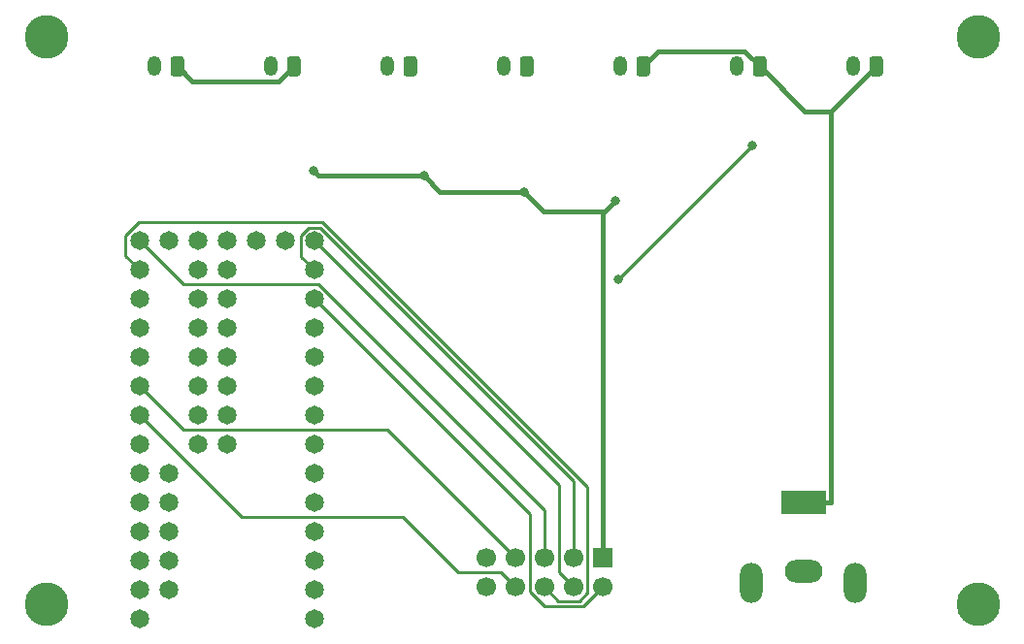
<source format=gbr>
%TF.GenerationSoftware,KiCad,Pcbnew,5.1.7-a382d34a8~87~ubuntu18.04.1*%
%TF.CreationDate,2021-02-24T17:41:24-08:00*%
%TF.ProjectId,teensy3x_solenoid_driver,7465656e-7379-4337-985f-736f6c656e6f,rev?*%
%TF.SameCoordinates,Original*%
%TF.FileFunction,Copper,L2,Bot*%
%TF.FilePolarity,Positive*%
%FSLAX46Y46*%
G04 Gerber Fmt 4.6, Leading zero omitted, Abs format (unit mm)*
G04 Created by KiCad (PCBNEW 5.1.7-a382d34a8~87~ubuntu18.04.1) date 2021-02-24 17:41:24*
%MOMM*%
%LPD*%
G01*
G04 APERTURE LIST*
%TA.AperFunction,ComponentPad*%
%ADD10C,3.810000*%
%TD*%
%TA.AperFunction,ComponentPad*%
%ADD11O,1.200000X1.750000*%
%TD*%
%TA.AperFunction,ComponentPad*%
%ADD12R,1.700000X1.700000*%
%TD*%
%TA.AperFunction,ComponentPad*%
%ADD13C,1.700000*%
%TD*%
%TA.AperFunction,ComponentPad*%
%ADD14R,4.000000X2.000000*%
%TD*%
%TA.AperFunction,ComponentPad*%
%ADD15O,3.300000X2.000000*%
%TD*%
%TA.AperFunction,ComponentPad*%
%ADD16O,2.000000X3.500000*%
%TD*%
%TA.AperFunction,ComponentPad*%
%ADD17C,1.650000*%
%TD*%
%TA.AperFunction,ViaPad*%
%ADD18C,0.800000*%
%TD*%
%TA.AperFunction,Conductor*%
%ADD19C,0.381000*%
%TD*%
%TA.AperFunction,Conductor*%
%ADD20C,0.254000*%
%TD*%
G04 APERTURE END LIST*
D10*
%TO.P,M4,*%
%TO.N,*%
X54610000Y-104140000D03*
%TD*%
%TO.P,M3,*%
%TO.N,*%
X135890000Y-104140000D03*
%TD*%
%TO.P,M2,*%
%TO.N,*%
X135890000Y-54610000D03*
%TD*%
%TO.P,M1,*%
%TO.N,*%
X54610000Y-54610000D03*
%TD*%
%TO.P,J1,1*%
%TO.N,Net-(C1-Pad1)*%
%TA.AperFunction,ComponentPad*%
G36*
G01*
X66640000Y-56524999D02*
X66640000Y-57775001D01*
G75*
G02*
X66390001Y-58025000I-249999J0D01*
G01*
X65689999Y-58025000D01*
G75*
G02*
X65440000Y-57775001I0J249999D01*
G01*
X65440000Y-56524999D01*
G75*
G02*
X65689999Y-56275000I249999J0D01*
G01*
X66390001Y-56275000D01*
G75*
G02*
X66640000Y-56524999I0J-249999D01*
G01*
G37*
%TD.AperFunction*%
D11*
%TO.P,J1,2*%
%TO.N,Net-(J1-Pad2)*%
X64040000Y-57150000D03*
%TD*%
%TO.P,J2,2*%
%TO.N,Net-(J2-Pad2)*%
X74200000Y-57150000D03*
%TO.P,J2,1*%
%TO.N,Net-(C1-Pad1)*%
%TA.AperFunction,ComponentPad*%
G36*
G01*
X76800000Y-56524999D02*
X76800000Y-57775001D01*
G75*
G02*
X76550001Y-58025000I-249999J0D01*
G01*
X75849999Y-58025000D01*
G75*
G02*
X75600000Y-57775001I0J249999D01*
G01*
X75600000Y-56524999D01*
G75*
G02*
X75849999Y-56275000I249999J0D01*
G01*
X76550001Y-56275000D01*
G75*
G02*
X76800000Y-56524999I0J-249999D01*
G01*
G37*
%TD.AperFunction*%
%TD*%
%TO.P,J3,1*%
%TO.N,Net-(C1-Pad1)*%
%TA.AperFunction,ComponentPad*%
G36*
G01*
X86960000Y-56524999D02*
X86960000Y-57775001D01*
G75*
G02*
X86710001Y-58025000I-249999J0D01*
G01*
X86009999Y-58025000D01*
G75*
G02*
X85760000Y-57775001I0J249999D01*
G01*
X85760000Y-56524999D01*
G75*
G02*
X86009999Y-56275000I249999J0D01*
G01*
X86710001Y-56275000D01*
G75*
G02*
X86960000Y-56524999I0J-249999D01*
G01*
G37*
%TD.AperFunction*%
%TO.P,J3,2*%
%TO.N,Net-(J3-Pad2)*%
X84360000Y-57150000D03*
%TD*%
%TO.P,J4,2*%
%TO.N,Net-(J4-Pad2)*%
X94520000Y-57150000D03*
%TO.P,J4,1*%
%TO.N,Net-(C1-Pad1)*%
%TA.AperFunction,ComponentPad*%
G36*
G01*
X97120000Y-56524999D02*
X97120000Y-57775001D01*
G75*
G02*
X96870001Y-58025000I-249999J0D01*
G01*
X96169999Y-58025000D01*
G75*
G02*
X95920000Y-57775001I0J249999D01*
G01*
X95920000Y-56524999D01*
G75*
G02*
X96169999Y-56275000I249999J0D01*
G01*
X96870001Y-56275000D01*
G75*
G02*
X97120000Y-56524999I0J-249999D01*
G01*
G37*
%TD.AperFunction*%
%TD*%
%TO.P,J5,1*%
%TO.N,Net-(C1-Pad1)*%
%TA.AperFunction,ComponentPad*%
G36*
G01*
X107280000Y-56524999D02*
X107280000Y-57775001D01*
G75*
G02*
X107030001Y-58025000I-249999J0D01*
G01*
X106329999Y-58025000D01*
G75*
G02*
X106080000Y-57775001I0J249999D01*
G01*
X106080000Y-56524999D01*
G75*
G02*
X106329999Y-56275000I249999J0D01*
G01*
X107030001Y-56275000D01*
G75*
G02*
X107280000Y-56524999I0J-249999D01*
G01*
G37*
%TD.AperFunction*%
%TO.P,J5,2*%
%TO.N,Net-(J5-Pad2)*%
X104680000Y-57150000D03*
%TD*%
%TO.P,J6,2*%
%TO.N,Net-(J6-Pad2)*%
X114840000Y-57150000D03*
%TO.P,J6,1*%
%TO.N,Net-(C1-Pad1)*%
%TA.AperFunction,ComponentPad*%
G36*
G01*
X117440000Y-56524999D02*
X117440000Y-57775001D01*
G75*
G02*
X117190001Y-58025000I-249999J0D01*
G01*
X116489999Y-58025000D01*
G75*
G02*
X116240000Y-57775001I0J249999D01*
G01*
X116240000Y-56524999D01*
G75*
G02*
X116489999Y-56275000I249999J0D01*
G01*
X117190001Y-56275000D01*
G75*
G02*
X117440000Y-56524999I0J-249999D01*
G01*
G37*
%TD.AperFunction*%
%TD*%
%TO.P,J7,1*%
%TO.N,Net-(C1-Pad1)*%
%TA.AperFunction,ComponentPad*%
G36*
G01*
X127600000Y-56524999D02*
X127600000Y-57775001D01*
G75*
G02*
X127350001Y-58025000I-249999J0D01*
G01*
X126649999Y-58025000D01*
G75*
G02*
X126400000Y-57775001I0J249999D01*
G01*
X126400000Y-56524999D01*
G75*
G02*
X126649999Y-56275000I249999J0D01*
G01*
X127350001Y-56275000D01*
G75*
G02*
X127600000Y-56524999I0J-249999D01*
G01*
G37*
%TD.AperFunction*%
%TO.P,J7,2*%
%TO.N,Net-(J7-Pad2)*%
X125000000Y-57150000D03*
%TD*%
D12*
%TO.P,J8,1*%
%TO.N,GND*%
X103124000Y-100076000D03*
D13*
%TO.P,J8,2*%
%TO.N,/D10_CS*%
X103124000Y-102616000D03*
%TO.P,J8,3*%
%TO.N,/D11_MOSI*%
X100584000Y-100076000D03*
%TO.P,J8,4*%
%TO.N,/D12_MISO*%
X100584000Y-102616000D03*
%TO.P,J8,5*%
%TO.N,/D13_SCK*%
X98044000Y-100076000D03*
%TO.P,J8,6*%
%TO.N,/D14_A0*%
X98044000Y-102616000D03*
%TO.P,J8,7*%
%TO.N,/D18_SDA0*%
X95504000Y-100076000D03*
%TO.P,J8,8*%
%TO.N,/D19_SCL0*%
X95504000Y-102616000D03*
%TO.P,J8,9*%
%TO.N,/3V3*%
X92964000Y-100076000D03*
%TO.P,J8,10*%
%TO.N,/5V*%
X92964000Y-102616000D03*
%TD*%
D14*
%TO.P,J9,1*%
%TO.N,Net-(C1-Pad1)*%
X120650000Y-95250000D03*
D15*
%TO.P,J9,2*%
%TO.N,GND*%
X120650000Y-101250000D03*
D16*
%TO.P,J9,MP*%
%TO.N,N/C*%
X116150000Y-102250000D03*
X125150000Y-102250000D03*
%TD*%
D17*
%TO.P,U1,1*%
%TO.N,GND*%
X77978000Y-105410000D03*
%TO.P,U1,2*%
%TO.N,Net-(D1-Pad2)*%
X77978000Y-102870000D03*
%TO.P,U1,3*%
%TO.N,Net-(D2-Pad2)*%
X77978000Y-100330000D03*
%TO.P,U1,4*%
%TO.N,Net-(D3-Pad2)*%
X77978000Y-97790000D03*
%TO.P,U1,5*%
%TO.N,Net-(D4-Pad2)*%
X77978000Y-95250000D03*
%TO.P,U1,6*%
%TO.N,Net-(D5-Pad2)*%
X77978000Y-92710000D03*
%TO.P,U1,7*%
%TO.N,Net-(D6-Pad2)*%
X77978000Y-90170000D03*
%TO.P,U1,8*%
%TO.N,Net-(D7-Pad2)*%
X77978000Y-87630000D03*
%TO.P,U1,9*%
%TO.N,Net-(U1-Pad9)*%
X77978000Y-85090000D03*
%TO.P,U1,10*%
%TO.N,Net-(U1-Pad10)*%
X77978000Y-82550000D03*
%TO.P,U1,11*%
%TO.N,Net-(U1-Pad11)*%
X77978000Y-80010000D03*
%TO.P,U1,12*%
%TO.N,/D10_CS*%
X77978000Y-77470000D03*
%TO.P,U1,13*%
%TO.N,/D11_MOSI*%
X77978000Y-74930000D03*
%TO.P,U1,14*%
%TO.N,/D12_MISO*%
X77978000Y-72390000D03*
%TO.P,U1,15*%
%TO.N,Net-(U1-Pad15)*%
X75438000Y-72390000D03*
%TO.P,U1,16*%
%TO.N,Net-(U1-Pad16)*%
X72898000Y-72390000D03*
%TO.P,U1,17*%
%TO.N,Net-(U1-Pad17)*%
X70358000Y-72390000D03*
%TO.P,U1,18*%
%TO.N,Net-(U1-Pad18)*%
X67818000Y-72390000D03*
%TO.P,U1,19*%
%TO.N,Net-(U1-Pad19)*%
X65278000Y-72390000D03*
%TO.P,U1,20*%
%TO.N,/D13_SCK*%
X62738000Y-72390000D03*
%TO.P,U1,21*%
%TO.N,/D14_A0*%
X62738000Y-74930000D03*
%TO.P,U1,22*%
%TO.N,Net-(U1-Pad22)*%
X62738000Y-77470000D03*
%TO.P,U1,23*%
%TO.N,Net-(U1-Pad23)*%
X62738000Y-80010000D03*
%TO.P,U1,24*%
%TO.N,Net-(U1-Pad24)*%
X62738000Y-82550000D03*
%TO.P,U1,25*%
%TO.N,/D18_SDA0*%
X62738000Y-85090000D03*
%TO.P,U1,26*%
%TO.N,/D19_SCL0*%
X62738000Y-87630000D03*
%TO.P,U1,27*%
%TO.N,Net-(U1-Pad27)*%
X62738000Y-90170000D03*
%TO.P,U1,28*%
%TO.N,Net-(U1-Pad28)*%
X62738000Y-92710000D03*
%TO.P,U1,29*%
%TO.N,Net-(U1-Pad29)*%
X62738000Y-95250000D03*
%TO.P,U1,30*%
%TO.N,Net-(U1-Pad30)*%
X62738000Y-97790000D03*
%TO.P,U1,31*%
%TO.N,/3V3*%
X62738000Y-100330000D03*
%TO.P,U1,32*%
%TO.N,Net-(U1-Pad32)*%
X62738000Y-102870000D03*
%TO.P,U1,33*%
%TO.N,/5V*%
X62738000Y-105410000D03*
%TO.P,U1,34*%
%TO.N,Net-(U1-Pad34)*%
X70358000Y-90170000D03*
%TO.P,U1,35*%
%TO.N,Net-(U1-Pad35)*%
X70358000Y-87630000D03*
%TO.P,U1,36*%
%TO.N,Net-(U1-Pad36)*%
X70358000Y-85090000D03*
%TO.P,U1,37*%
%TO.N,Net-(U1-Pad37)*%
X70358000Y-82550000D03*
%TO.P,U1,38*%
%TO.N,Net-(U1-Pad38)*%
X70358000Y-80010000D03*
%TO.P,U1,39*%
%TO.N,Net-(U1-Pad39)*%
X70358000Y-77470000D03*
%TO.P,U1,40*%
%TO.N,Net-(U1-Pad40)*%
X70358000Y-74930000D03*
%TO.P,U1,41*%
%TO.N,Net-(U1-Pad41)*%
X67818000Y-74930000D03*
%TO.P,U1,42*%
%TO.N,Net-(U1-Pad42)*%
X67818000Y-77470000D03*
%TO.P,U1,43*%
%TO.N,Net-(U1-Pad43)*%
X67818000Y-80010000D03*
%TO.P,U1,44*%
%TO.N,Net-(U1-Pad44)*%
X67818000Y-82550000D03*
%TO.P,U1,45*%
%TO.N,Net-(U1-Pad45)*%
X67818000Y-85090000D03*
%TO.P,U1,46*%
%TO.N,Net-(U1-Pad46)*%
X67818000Y-87630000D03*
%TO.P,U1,47*%
%TO.N,Net-(U1-Pad47)*%
X67818000Y-90170000D03*
%TO.P,U1,48*%
%TO.N,Net-(U1-Pad48)*%
X65278000Y-92710000D03*
%TO.P,U1,49*%
%TO.N,Net-(U1-Pad49)*%
X65278000Y-95250000D03*
%TO.P,U1,50*%
%TO.N,Net-(U1-Pad50)*%
X65278000Y-97790000D03*
%TO.P,U1,51*%
%TO.N,Net-(U1-Pad51)*%
X65278000Y-102870000D03*
%TO.P,U1,*%
%TO.N,*%
X65278000Y-100330000D03*
%TD*%
D18*
%TO.N,GND*%
X96296600Y-68130200D03*
X87536800Y-66715700D03*
X77963400Y-66294000D03*
X104258900Y-68908800D03*
%TO.N,Net-(D6-Pad2)*%
X104506300Y-75762300D03*
X116186800Y-64081800D03*
%TD*%
D19*
%TO.N,Net-(C1-Pad1)*%
X123040800Y-61109200D02*
X127000000Y-57150000D01*
X123040800Y-95250000D02*
X123040800Y-61109200D01*
X123040800Y-61109200D02*
X120799200Y-61109200D01*
X120799200Y-61109200D02*
X116840000Y-57150000D01*
X116840000Y-57150000D02*
X115531000Y-55841000D01*
X115531000Y-55841000D02*
X107989000Y-55841000D01*
X107989000Y-55841000D02*
X106680000Y-57150000D01*
X120650000Y-95250000D02*
X123040800Y-95250000D01*
X76200000Y-57150000D02*
X74914200Y-58435800D01*
X74914200Y-58435800D02*
X67325800Y-58435800D01*
X67325800Y-58435800D02*
X66040000Y-57150000D01*
%TO.N,GND*%
X96296600Y-68130200D02*
X88951300Y-68130200D01*
X88951300Y-68130200D02*
X87536800Y-66715700D01*
X103124000Y-69822100D02*
X97988500Y-69822100D01*
X97988500Y-69822100D02*
X96296600Y-68130200D01*
X103124000Y-69822100D02*
X103345600Y-69822100D01*
X103345600Y-69822100D02*
X104258900Y-68908800D01*
X103124000Y-98835200D02*
X103124000Y-69822100D01*
X87536800Y-66715700D02*
X78385100Y-66715700D01*
X78385100Y-66715700D02*
X77963400Y-66294000D01*
X103124000Y-100076000D02*
X103124000Y-98835200D01*
D20*
%TO.N,/D10_CS*%
X77978000Y-77470000D02*
X96774000Y-96266000D01*
X96774000Y-96266000D02*
X96774000Y-103013200D01*
X96774000Y-103013200D02*
X98043400Y-104282600D01*
X98043400Y-104282600D02*
X101457400Y-104282600D01*
X101457400Y-104282600D02*
X103124000Y-102616000D01*
%TO.N,/D11_MOSI*%
X100584000Y-100076000D02*
X100584000Y-93334300D01*
X100584000Y-93334300D02*
X78479100Y-71229400D01*
X78479100Y-71229400D02*
X77490500Y-71229400D01*
X77490500Y-71229400D02*
X76817200Y-71902700D01*
X76817200Y-71902700D02*
X76817200Y-73769200D01*
X76817200Y-73769200D02*
X77978000Y-74930000D01*
%TO.N,/D12_MISO*%
X77978000Y-72390000D02*
X99314000Y-93726000D01*
X99314000Y-93726000D02*
X99314000Y-101346000D01*
X99314000Y-101346000D02*
X100584000Y-102616000D01*
%TO.N,/D13_SCK*%
X62738000Y-72390000D02*
X66548000Y-76200000D01*
X66548000Y-76200000D02*
X78342400Y-76200000D01*
X78342400Y-76200000D02*
X98044000Y-95901600D01*
X98044000Y-95901600D02*
X98044000Y-100076000D01*
%TO.N,/D14_A0*%
X62738000Y-74930000D02*
X61531800Y-73723800D01*
X61531800Y-73723800D02*
X61531800Y-71924000D01*
X61531800Y-71924000D02*
X62695100Y-70760700D01*
X62695100Y-70760700D02*
X78717000Y-70760700D01*
X78717000Y-70760700D02*
X101799100Y-93842800D01*
X101799100Y-93842800D02*
X101799100Y-103112300D01*
X101799100Y-103112300D02*
X101090900Y-103820500D01*
X101090900Y-103820500D02*
X99248500Y-103820500D01*
X99248500Y-103820500D02*
X98044000Y-102616000D01*
%TO.N,/D18_SDA0*%
X62738000Y-85090000D02*
X66548000Y-88900000D01*
X66548000Y-88900000D02*
X84328000Y-88900000D01*
X84328000Y-88900000D02*
X95504000Y-100076000D01*
%TO.N,/D19_SCL0*%
X62738000Y-87630000D02*
X71628000Y-96520000D01*
X71628000Y-96520000D02*
X85677600Y-96520000D01*
X85677600Y-96520000D02*
X90503600Y-101346000D01*
X90503600Y-101346000D02*
X94234000Y-101346000D01*
X94234000Y-101346000D02*
X95504000Y-102616000D01*
%TO.N,Net-(D6-Pad2)*%
X104506300Y-75762300D02*
X116186800Y-64081800D01*
%TD*%
M02*

</source>
